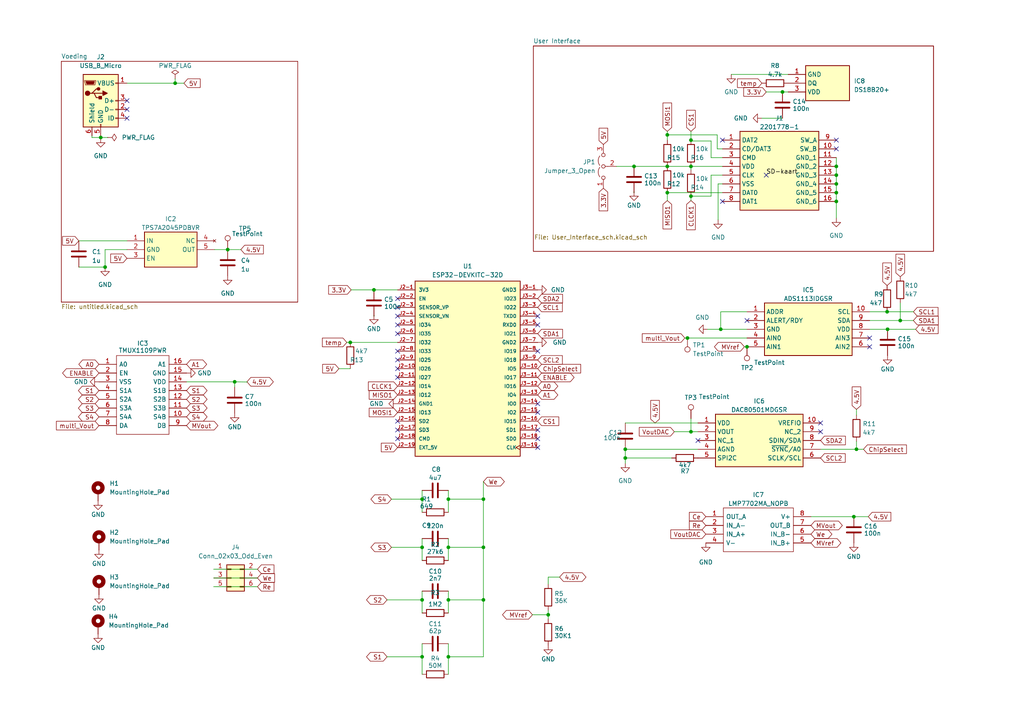
<source format=kicad_sch>
(kicad_sch (version 20230121) (generator eeschema)
  (paper "A4")
  (lib_symbols
    (symbol "2201778-1:2201778-1"
      (property "Reference" "J" (at 29.21 7.62 0))
      (property "Value" "2201778-1" (at 29.21 5.08 0))
      (symbol "2201778-1_1_1"
        (pin passive line (at 0 0 0) (length 5.08) (name "DAT2") (number "1"))
        (pin passive line (at 33.02 -2.54 180) (length 5.08) (name "SW_B") (number "10"))
        (pin passive line (at 33.02 -5.08 180) (length 5.08) (name "GND_1") (number "11"))
        (pin passive line (at 33.02 -7.62 180) (length 5.08) (name "GND_2") (number "12"))
        (pin passive line (at 33.02 -10.16 180) (length 5.08) (name "GND_3") (number "13"))
        (pin passive line (at 33.02 -12.7 180) (length 5.08) (name "GND_4") (number "14"))
        (pin passive line (at 33.02 -15.24 180) (length 5.08) (name "GND_5") (number "15"))
        (pin passive line (at 33.02 -17.78 180) (length 5.08) (name "GND_6") (number "16"))
        (pin passive line (at 0 -2.54 0) (length 5.08) (name "CD/DAT3") (number "2"))
        (pin passive line (at 0 -5.08 0) (length 5.08) (name "CMD") (number "3"))
        (pin passive line (at 0 -7.62 0) (length 5.08) (name "VDD") (number "4"))
        (pin passive line (at 0 -10.16 0) (length 5.08) (name "CLK") (number "5"))
        (pin passive line (at 0 -12.7 0) (length 5.08) (name "VSS") (number "6"))
        (pin passive line (at 0 -15.24 0) (length 5.08) (name "DAT0") (number "7"))
        (pin passive line (at 0 -17.78 0) (length 5.08) (name "DAT1") (number "8"))
        (pin passive line (at 33.02 0 180) (length 5.08) (name "SW_A") (number "9"))
      )
    )
    (symbol "ADS1113IDGSR:ADS1113IDGSR"
      (property "Reference" "IC" (at 31.75 7.62 0))
      (property "Value" "ADS1113IDGSR" (at 31.75 5.08 0))
      (symbol "ADS1113IDGSR_1_1"
        (pin passive line (at 0 0 0) (length 5.08) (name "ADDR") (number "1"))
        (pin passive line (at 35.56 0 180) (length 5.08) (name "SCL") (number "10"))
        (pin passive line (at 0 -2.54 0) (length 5.08) (name "ALERT/RDY") (number "2"))
        (pin passive line (at 0 -5.08 0) (length 5.08) (name "GND") (number "3"))
        (pin passive line (at 0 -7.62 0) (length 5.08) (name "AIN0") (number "4"))
        (pin passive line (at 0 -10.16 0) (length 5.08) (name "AIN1") (number "5"))
        (pin passive line (at 35.56 -10.16 180) (length 5.08) (name "AIN2") (number "6"))
        (pin passive line (at 35.56 -7.62 180) (length 5.08) (name "AIN3") (number "7"))
        (pin passive line (at 35.56 -5.08 180) (length 5.08) (name "VDD") (number "8"))
        (pin passive line (at 35.56 -2.54 180) (length 5.08) (name "SDA") (number "9"))
      )
    )
    (symbol "Connector:TestPoint" (pin_numbers hide) (pin_names (offset 0.762) hide)
      (property "Reference" "TP" (at 0 6.858 0))
      (property "Value" "TestPoint" (at 0 5.08 0))
      (symbol "TestPoint_1_1"
        (pin passive line (at 0 0 90) (length 2.54) (name "1") (number "1"))
      )
    )
    (symbol "Connector:USB_B_Micro" (pin_names (offset 1.016))
      (property "Reference" "J" (at -5.08 11.43 0))
      (property "Value" "USB_B_Micro" (at -5.08 8.89 0))
      (symbol "USB_B_Micro_1_1"
        (pin power_out line (at 7.62 5.08 180) (length 2.54) (name "VBUS") (number "1"))
        (pin bidirectional line (at 7.62 -2.54 180) (length 2.54) (name "D-") (number "2"))
        (pin bidirectional line (at 7.62 0 180) (length 2.54) (name "D+") (number "3"))
        (pin passive line (at 7.62 -5.08 180) (length 2.54) (name "ID") (number "4"))
        (pin power_out line (at 0 -10.16 90) (length 2.54) (name "GND") (number "5"))
        (pin passive line (at -2.54 -10.16 90) (length 2.54) (name "Shield") (number "6"))
      )
    )
    (symbol "Connector_Generic:Conn_02x03_Odd_Even" (pin_names (offset 1.016) hide)
      (property "Reference" "J" (at 1.27 5.08 0))
      (property "Value" "Conn_02x03_Odd_Even" (at 1.27 -5.08 0))
      (symbol "Conn_02x03_Odd_Even_1_1"
        (pin passive line (at -5.08 2.54 0) (length 3.81) (name "Pin_1") (number "1"))
        (pin passive line (at 7.62 2.54 180) (length 3.81) (name "Pin_2") (number "2"))
        (pin passive line (at -5.08 0 0) (length 3.81) (name "Pin_3") (number "3"))
        (pin passive line (at 7.62 0 180) (length 3.81) (name "Pin_4") (number "4"))
        (pin passive line (at -5.08 -2.54 0) (length 3.81) (name "Pin_5") (number "5"))
        (pin passive line (at 7.62 -2.54 180) (length 3.81) (name "Pin_6") (number "6"))
      )
    )
    (symbol "DAC80501MDGSR:DAC80501MDGSR"
      (property "Reference" "IC" (at 31.75 7.62 0))
      (property "Value" "DAC80501MDGSR" (at 31.75 5.08 0))
      (symbol "DAC80501MDGSR_1_1"
        (pin passive line (at 0 0 0) (length 5.08) (name "VDD") (number "1"))
        (pin passive line (at 35.56 0 180) (length 5.08) (name "VREFIO") (number "10"))
        (pin passive line (at 0 -2.54 0) (length 5.08) (name "VOUT") (number "2"))
        (pin passive line (at 0 -5.08 0) (length 5.08) (name "NC_1") (number "3"))
        (pin passive line (at 0 -7.62 0) (length 5.08) (name "AGND") (number "4"))
        (pin passive line (at 0 -10.16 0) (length 5.08) (name "SPI2C") (number "5"))
        (pin passive line (at 35.56 -10.16 180) (length 5.08) (name "SCLK/SCL") (number "6"))
        (pin passive line (at 35.56 -7.62 180) (length 5.08) (name "~{SYNC}/A0") (number "7"))
        (pin passive line (at 35.56 -5.08 180) (length 5.08) (name "SDIN/SDA") (number "8"))
        (pin passive line (at 35.56 -2.54 180) (length 5.08) (name "NC_2") (number "9"))
      )
    )
    (symbol "DS18B20+:DS18B20+"
      (property "Reference" "IC" (at 19.05 7.62 0))
      (property "Value" "DS18B20+" (at 19.05 5.08 0))
      (symbol "DS18B20+_1_1"
        (pin passive line (at 0 0 0) (length 5.08) (name "GND") (number "1"))
        (pin passive line (at 0 -2.54 0) (length 5.08) (name "DQ") (number "2"))
        (pin passive line (at 0 -5.08 0) (length 5.08) (name "VDD") (number "3"))
      )
    )
    (symbol "Device:C" (pin_numbers hide) (pin_names (offset 0.254))
      (property "Reference" "C" (at 0.635 2.54 0))
      (property "Value" "C" (at 0.635 -2.54 0))
      (symbol "C_1_1"
        (pin passive line (at 0 3.81 270) (length 2.794) (name "~") (number "1"))
        (pin passive line (at 0 -3.81 90) (length 2.794) (name "~") (number "2"))
      )
    )
    (symbol "Device:R" (pin_numbers hide) (pin_names (offset 0))
      (property "Reference" "R" (at 2.032 0 90))
      (property "Value" "R" (at 0 0 90))
      (symbol "R_1_1"
        (pin passive line (at 0 3.81 270) (length 1.27) (name "~") (number "1"))
        (pin passive line (at 0 -3.81 90) (length 1.27) (name "~") (number "2"))
      )
    )
    (symbol "ESP32-DEVKITC-32D:ESP32-DEVKITC-32D" (pin_names (offset 1.016))
      (property "Reference" "U" (at -15.2572 26.0643 0))
      (property "Value" "ESP32-DEVKITC-32D" (at -15.2563 -27.9698 0))
      (symbol "ESP32-DEVKITC-32D_0_0"
        (pin power_in line (at -20.32 22.86 0) (length 5.08) (name "3V3") (number "J2-1"))
        (pin bidirectional line (at -20.32 0 0) (length 5.08) (name "IO26") (number "J2-10"))
        (pin bidirectional line (at -20.32 -2.54 0) (length 5.08) (name "IO27") (number "J2-11"))
        (pin bidirectional line (at -20.32 -5.08 0) (length 5.08) (name "IO14") (number "J2-12"))
        (pin bidirectional line (at -20.32 -7.62 0) (length 5.08) (name "IO12") (number "J2-13"))
        (pin power_in line (at -20.32 -10.16 0) (length 5.08) (name "GND1") (number "J2-14"))
        (pin bidirectional line (at -20.32 -12.7 0) (length 5.08) (name "IO13") (number "J2-15"))
        (pin bidirectional line (at -20.32 -15.24 0) (length 5.08) (name "SD2") (number "J2-16"))
        (pin bidirectional line (at -20.32 -17.78 0) (length 5.08) (name "SD3") (number "J2-17"))
        (pin bidirectional line (at -20.32 -20.32 0) (length 5.08) (name "CMD") (number "J2-18"))
        (pin power_in line (at -20.32 -22.86 0) (length 5.08) (name "EXT_5V") (number "J2-19"))
        (pin input line (at -20.32 20.32 0) (length 5.08) (name "EN") (number "J2-2"))
        (pin input line (at -20.32 17.78 0) (length 5.08) (name "SENSOR_VP") (number "J2-3"))
        (pin input line (at -20.32 15.24 0) (length 5.08) (name "SENSOR_VN") (number "J2-4"))
        (pin bidirectional line (at -20.32 12.7 0) (length 5.08) (name "IO34") (number "J2-5"))
        (pin bidirectional line (at -20.32 10.16 0) (length 5.08) (name "IO35") (number "J2-6"))
        (pin bidirectional line (at -20.32 7.62 0) (length 5.08) (name "IO32") (number "J2-7"))
        (pin bidirectional line (at -20.32 5.08 0) (length 5.08) (name "IO33") (number "J2-8"))
        (pin bidirectional line (at -20.32 2.54 0) (length 5.08) (name "IO25") (number "J2-9"))
        (pin power_in line (at 20.32 22.86 180) (length 5.08) (name "GND3") (number "J3-1"))
        (pin bidirectional line (at 20.32 0 180) (length 5.08) (name "IO5") (number "J3-10"))
        (pin bidirectional line (at 20.32 -2.54 180) (length 5.08) (name "IO17") (number "J3-11"))
        (pin bidirectional line (at 20.32 -5.08 180) (length 5.08) (name "IO16") (number "J3-12"))
        (pin bidirectional line (at 20.32 -7.62 180) (length 5.08) (name "IO4") (number "J3-13"))
        (pin bidirectional line (at 20.32 -10.16 180) (length 5.08) (name "IO0") (number "J3-14"))
        (pin bidirectional line (at 20.32 -12.7 180) (length 5.08) (name "IO2") (number "J3-15"))
        (pin bidirectional line (at 20.32 -15.24 180) (length 5.08) (name "IO15") (number "J3-16"))
        (pin bidirectional line (at 20.32 -17.78 180) (length 5.08) (name "SD1") (number "J3-17"))
        (pin bidirectional line (at 20.32 -20.32 180) (length 5.08) (name "SD0") (number "J3-18"))
        (pin input clock (at 20.32 -22.86 180) (length 5.08) (name "CLK") (number "J3-19"))
        (pin bidirectional line (at 20.32 20.32 180) (length 5.08) (name "IO23") (number "J3-2"))
        (pin bidirectional line (at 20.32 17.78 180) (length 5.08) (name "IO22") (number "J3-3"))
        (pin output line (at 20.32 15.24 180) (length 5.08) (name "TXD0") (number "J3-4"))
        (pin input line (at 20.32 12.7 180) (length 5.08) (name "RXD0") (number "J3-5"))
        (pin bidirectional line (at 20.32 10.16 180) (length 5.08) (name "IO21") (number "J3-6"))
        (pin power_in line (at 20.32 7.62 180) (length 5.08) (name "GND2") (number "J3-7"))
        (pin bidirectional line (at 20.32 5.08 180) (length 5.08) (name "IO19") (number "J3-8"))
        (pin bidirectional line (at 20.32 2.54 180) (length 5.08) (name "IO18") (number "J3-9"))
      )
    )
    (symbol "Jumper:Jumper_3_Open" (pin_names (offset 0) hide)
      (property "Reference" "JP" (at -2.54 -2.54 0))
      (property "Value" "Jumper_3_Open" (at 0 2.794 0))
      (symbol "Jumper_3_Open_1_1"
        (pin passive line (at -6.35 0 0) (length 2.54) (name "A") (number "1"))
        (pin passive line (at 0 -3.81 90) (length 2.54) (name "C") (number "2"))
        (pin passive line (at 6.35 0 180) (length 2.54) (name "B") (number "3"))
      )
    )
    (symbol "LMP7702MA_NOPB:LMP7702MA_NOPB" (pin_names (offset 0.762))
      (property "Reference" "IC" (at 26.67 7.62 0))
      (property "Value" "LMP7702MA_NOPB" (at 26.67 5.08 0))
      (symbol "LMP7702MA_NOPB_0_0"
        (pin passive line (at 0 0 0) (length 5.08) (name "OUT_A") (number "1"))
        (pin passive line (at 0 -2.54 0) (length 5.08) (name "IN_A-") (number "2"))
        (pin passive line (at 0 -5.08 0) (length 5.08) (name "IN_A+") (number "3"))
        (pin passive line (at 0 -7.62 0) (length 5.08) (name "V-") (number "4"))
        (pin passive line (at 30.48 -7.62 180) (length 5.08) (name "IN_B+") (number "5"))
        (pin passive line (at 30.48 -5.08 180) (length 5.08) (name "IN_B-") (number "6"))
        (pin passive line (at 30.48 -2.54 180) (length 5.08) (name "OUT_B") (number "7"))
        (pin passive line (at 30.48 0 180) (length 5.08) (name "V+") (number "8"))
      )
    )
    (symbol "Mechanical:MountingHole_Pad" (pin_numbers hide) (pin_names (offset 1.016) hide)
      (property "Reference" "H" (at 0 6.35 0))
      (property "Value" "MountingHole_Pad" (at 0 4.445 0))
      (symbol "MountingHole_Pad_1_1"
        (pin input line (at 0 -2.54 90) (length 2.54) (name "1") (number "1"))
      )
    )
    (symbol "TMUX1109PWR:TMUX1109PWR" (pin_names (offset 0.762))
      (property "Reference" "IC" (at 21.59 7.62 0))
      (property "Value" "TMUX1109PWR" (at 21.59 5.08 0))
      (symbol "TMUX1109PWR_0_0"
        (pin passive line (at 0 0 0) (length 5.08) (name "A0") (number "1"))
        (pin passive line (at 25.4 -15.24 180) (length 5.08) (name "S4B") (number "10"))
        (pin passive line (at 25.4 -12.7 180) (length 5.08) (name "S3B") (number "11"))
        (pin passive line (at 25.4 -10.16 180) (length 5.08) (name "S2B") (number "12"))
        (pin passive line (at 25.4 -7.62 180) (length 5.08) (name "S1B") (number "13"))
        (pin passive line (at 25.4 -5.08 180) (length 5.08) (name "VDD") (number "14"))
        (pin passive line (at 25.4 -2.54 180) (length 5.08) (name "GND") (number "15"))
        (pin passive line (at 25.4 0 180) (length 5.08) (name "A1") (number "16"))
        (pin passive line (at 0 -2.54 0) (length 5.08) (name "EN") (number "2"))
        (pin passive line (at 0 -5.08 0) (length 5.08) (name "VSS") (number "3"))
        (pin passive line (at 0 -7.62 0) (length 5.08) (name "S1A") (number "4"))
        (pin passive line (at 0 -10.16 0) (length 5.08) (name "S2A") (number "5"))
        (pin passive line (at 0 -12.7 0) (length 5.08) (name "S3A") (number "6"))
        (pin passive line (at 0 -15.24 0) (length 5.08) (name "S4A") (number "7"))
        (pin passive line (at 0 -17.78 0) (length 5.08) (name "DA") (number "8"))
        (pin passive line (at 25.4 -17.78 180) (length 5.08) (name "DB") (number "9"))
      )
    )
    (symbol "TPS7A2045PDBVR:TPS7A2045PDBVR"
      (property "Reference" "IC" (at 21.59 7.62 0))
      (property "Value" "TPS7A2045PDBVR" (at 21.59 5.08 0))
      (symbol "TPS7A2045PDBVR_1_1"
        (pin input line (at 0 0 0) (length 5.08) (name "IN") (number "1"))
        (pin power_in line (at 0 -2.54 0) (length 5.08) (name "GND") (number "2"))
        (pin passive line (at 0 -5.08 0) (length 5.08) (name "EN") (number "3"))
        (pin no_connect line (at 25.4 0 180) (length 5.08) (name "NC") (number "4"))
        (pin output line (at 25.4 -2.54 180) (length 5.08) (name "OUT") (number "5"))
      )
    )
    (symbol "power:GND" (power) (pin_names (offset 0))
      (property "Value" "GND" (at 0 -3.81 0))
      (symbol "GND_1_1"
        (pin power_in line (at 0 0 270) (length 0) hide (name "GND") (number "1"))
      )
    )
    (symbol "power:PWR_FLAG" (power) (pin_numbers hide) (pin_names (offset 0) hide)
      (property "Value" "PWR_FLAG" (at 0 3.81 0))
      (symbol "PWR_FLAG_0_0"
        (pin power_out line (at 0 0 90) (length 0) (name "pwr") (number "1"))
      )
    )
  )
  (junction (at 140.208 144.78))
  (junction (at 193.548 48.26))
  (junction (at 66.04 72.39))
  (junction (at 216.662 100.584))
  (junction (at 257.302 90.424))
  (junction (at 68.072 110.744))
  (junction (at 209.042 95.504))
  (junction (at 108.458 84.074))
  (junction (at 193.548 55.88))
  (junction (at 50.8 24.13))
  (junction (at 193.548 39.116))
  (junction (at 159.004 178.308))
  (junction (at 181.356 132.842))
  (junction (at 200.406 125.222))
  (junction (at 140.208 173.99))
  (junction (at 226.949 26.67))
  (junction (at 101.6 99.314))
  (junction (at 140.208 158.75))
  (junction (at 30.48 77.47))
  (junction (at 181.356 130.302))
  (junction (at 257.429 95.504))
  (junction (at 242.57 58.42))
  (junction (at 122.428 144.78))
  (junction (at 130.048 144.78))
  (junction (at 29.21 39.878))
  (junction (at 200.406 48.26))
  (junction (at 242.57 50.8))
  (junction (at 122.428 158.75))
  (junction (at 261.112 92.964))
  (junction (at 183.896 48.26))
  (junction (at 247.65 149.86))
  (junction (at 242.57 53.34))
  (junction (at 199.39 98.044))
  (junction (at 130.048 158.75))
  (junction (at 242.57 48.26))
  (junction (at 248.412 130.302))
  (junction (at 130.048 173.99))
  (junction (at 200.406 40.64))
  (junction (at 242.57 55.88))
  (junction (at 122.428 190.5))
  (junction (at 122.428 173.99))
  (junction (at 200.406 56.896))
  (junction (at 130.048 190.5))
  (no_connect (at 242.57 40.64))
  (no_connect (at 155.956 127.254))
  (no_connect (at 237.998 125.222))
  (no_connect (at 209.55 40.64))
  (no_connect (at 115.316 89.154))
  (no_connect (at 222.25 50.8))
  (no_connect (at 36.83 34.29))
  (no_connect (at 115.316 94.234))
  (no_connect (at 115.316 86.614))
  (no_connect (at 252.222 98.044))
  (no_connect (at 155.956 101.854))
  (no_connect (at 36.83 29.21))
  (no_connect (at 36.83 31.75))
  (no_connect (at 115.316 127.254))
  (no_connect (at 155.956 94.234))
  (no_connect (at 115.316 104.394))
  (no_connect (at 115.316 91.694))
  (no_connect (at 252.222 100.584))
  (no_connect (at 155.956 129.794))
  (no_connect (at 115.316 122.174))
  (no_connect (at 115.316 106.934))
  (no_connect (at 242.57 43.18))
  (no_connect (at 237.998 122.682))
  (no_connect (at 202.438 127.762))
  (no_connect (at 115.316 124.714))
  (no_connect (at 115.316 101.854))
  (no_connect (at 209.55 58.42))
  (no_connect (at 115.316 109.474))
  (no_connect (at 115.316 96.774))
  (no_connect (at 155.956 117.094))
  (no_connect (at 216.662 92.964))
  (no_connect (at 155.956 91.694))
  (no_connect (at 155.956 124.714))
  (no_connect (at 155.956 119.634))
  (wire (pts (xy 222.25 26.67) (xy 226.949 26.67)))
  (wire (pts (xy 193.548 58.166) (xy 193.548 55.88)))
  (wire (pts (xy 130.048 190.5) (xy 140.208 190.5)))
  (wire (pts (xy 242.57 53.34) (xy 242.57 55.88)))
  (wire (pts (xy 220.98 34.29) (xy 226.949 34.29)))
  (wire (pts (xy 159.004 177.038) (xy 159.004 178.308)))
  (wire (pts (xy 130.048 190.5) (xy 130.048 195.58)))
  (wire (pts (xy 251.841 149.86) (xy 247.65 149.86)))
  (wire (pts (xy 113.538 158.75) (xy 122.428 158.75)))
  (wire (pts (xy 200.406 56.896) (xy 200.406 58.166)))
  (wire (pts (xy 242.57 55.88) (xy 242.57 58.42)))
  (wire (pts (xy 206.248 50.8) (xy 209.55 50.8)))
  (wire (pts (xy 122.428 186.69) (xy 122.428 190.5)))
  (wire (pts (xy 130.048 186.69) (xy 130.048 190.5)))
  (wire (pts (xy 200.406 56.896) (xy 206.248 56.896)))
  (wire (pts (xy 178.816 48.26) (xy 183.896 48.26)))
  (wire (pts (xy 181.356 132.842) (xy 181.356 134.366)))
  (wire (pts (xy 98.298 106.934) (xy 101.6 106.934)))
  (wire (pts (xy 140.208 139.7) (xy 140.208 144.78)))
  (wire (pts (xy 200.406 48.26) (xy 200.406 49.276)))
  (wire (pts (xy 122.428 156.21) (xy 122.428 158.75)))
  (wire (pts (xy 61.976 165.1) (xy 74.676 165.1)))
  (wire (pts (xy 50.8 24.13) (xy 53.34 24.13)))
  (wire (pts (xy 30.48 72.39) (xy 30.48 77.47)))
  (wire (pts (xy 261.112 87.884) (xy 261.112 92.964)))
  (wire (pts (xy 252.222 90.424) (xy 257.302 90.424)))
  (wire (pts (xy 130.048 142.24) (xy 130.048 144.78)))
  (wire (pts (xy 248.412 130.302) (xy 250.444 130.302)))
  (wire (pts (xy 200.406 38.1) (xy 200.406 40.64)))
  (wire (pts (xy 54.102 110.744) (xy 68.072 110.744)))
  (wire (pts (xy 112.268 190.5) (xy 122.428 190.5)))
  (wire (pts (xy 68.072 110.744) (xy 71.628 110.7948)))
  (wire (pts (xy 122.428 171.45) (xy 122.428 173.99)))
  (wire (pts (xy 193.548 48.26) (xy 200.406 48.26)))
  (wire (pts (xy 61.976 170.18) (xy 74.676 170.18)))
  (wire (pts (xy 130.048 173.99) (xy 140.208 173.99)))
  (wire (pts (xy 208.28 63.754) (xy 208.28 53.34)))
  (wire (pts (xy 122.428 142.24) (xy 122.428 144.78)))
  (wire (pts (xy 122.428 173.99) (xy 122.428 177.8)))
  (wire (pts (xy 199.39 98.044) (xy 216.662 98.044)))
  (wire (pts (xy 237.998 130.302) (xy 248.412 130.302)))
  (wire (pts (xy 183.896 48.26) (xy 193.548 48.26)))
  (wire (pts (xy 140.208 158.75) (xy 140.208 173.99)))
  (wire (pts (xy 122.428 144.78) (xy 122.428 148.59)))
  (wire (pts (xy 212.09 21.59) (xy 228.6 21.59)))
  (wire (pts (xy 261.112 92.964) (xy 264.922 92.964)))
  (wire (pts (xy 181.356 122.682) (xy 202.438 122.682)))
  (wire (pts (xy 108.458 84.074) (xy 115.316 84.074)))
  (wire (pts (xy 36.83 72.39) (xy 30.48 72.39)))
  (wire (pts (xy 265.557 95.504) (xy 257.429 95.504)))
  (wire (pts (xy 29.21 39.878) (xy 29.21 39.37)))
  (wire (pts (xy 101.854 84.074) (xy 108.458 84.074)))
  (wire (pts (xy 140.208 173.99) (xy 140.208 190.5)))
  (wire (pts (xy 216.662 90.424) (xy 209.042 90.424)))
  (wire (pts (xy 66.04 72.39) (xy 69.85 72.39)))
  (wire (pts (xy 36.83 24.13) (xy 50.8 24.13)))
  (wire (pts (xy 206.248 40.894) (xy 200.406 40.894)))
  (wire (pts (xy 193.548 39.116) (xy 193.548 40.64)))
  (wire (pts (xy 242.57 50.8) (xy 242.57 53.34)))
  (wire (pts (xy 257.429 95.504) (xy 252.222 95.504)))
  (wire (pts (xy 242.57 45.72) (xy 242.57 48.26)))
  (wire (pts (xy 181.356 132.842) (xy 194.818 132.842)))
  (wire (pts (xy 181.356 130.302) (xy 181.356 132.842)))
  (wire (pts (xy 206.248 56.896) (xy 206.248 50.8)))
  (wire (pts (xy 108.458 91.44) (xy 108.458 91.694)))
  (wire (pts (xy 100.584 99.314) (xy 101.6 99.314)))
  (wire (pts (xy 242.57 48.26) (xy 242.57 50.8)))
  (wire (pts (xy 248.412 118.745) (xy 248.412 120.396)))
  (wire (pts (xy 257.302 90.424) (xy 264.922 90.424)))
  (wire (pts (xy 208.28 53.34) (xy 209.55 53.34)))
  (wire (pts (xy 22.86 69.85) (xy 36.83 69.85)))
  (wire (pts (xy 200.406 48.26) (xy 209.55 48.26)))
  (wire (pts (xy 113.538 144.78) (xy 122.428 144.78)))
  (wire (pts (xy 122.428 158.75) (xy 122.428 162.56)))
  (wire (pts (xy 130.048 173.99) (xy 130.048 177.8)))
  (wire (pts (xy 29.21 40.132) (xy 29.21 39.878)))
  (wire (pts (xy 130.048 158.75) (xy 140.208 158.75)))
  (wire (pts (xy 200.406 121.412) (xy 200.406 125.222)))
  (wire (pts (xy 159.004 167.386) (xy 159.004 169.418)))
  (wire (pts (xy 193.548 38.1) (xy 193.548 39.116)))
  (wire (pts (xy 61.976 167.64) (xy 74.676 167.64)))
  (wire (pts (xy 198.628 98.044) (xy 199.39 98.044)))
  (wire (pts (xy 209.042 95.504) (xy 216.662 95.504)))
  (wire (pts (xy 154.432 178.308) (xy 159.004 178.308)))
  (wire (pts (xy 122.428 190.5) (xy 122.428 195.58)))
  (wire (pts (xy 68.072 110.744) (xy 68.072 112.268)))
  (wire (pts (xy 112.268 173.99) (xy 122.428 173.99)))
  (wire (pts (xy 130.048 144.78) (xy 130.048 148.59)))
  (wire (pts (xy 200.406 125.222) (xy 202.438 125.222)))
  (wire (pts (xy 206.248 45.72) (xy 206.248 40.894)))
  (wire (pts (xy 181.356 130.302) (xy 202.438 130.302)))
  (wire (pts (xy 31.242 39.878) (xy 29.21 39.878)))
  (wire (pts (xy 247.65 149.86) (xy 235.204 149.86)))
  (wire (pts (xy 200.406 40.894) (xy 200.406 40.64)))
  (wire (pts (xy 226.949 26.67) (xy 228.6 26.67)))
  (wire (pts (xy 29.21 39.878) (xy 26.67 39.878)))
  (wire (pts (xy 71.628 110.7948) (xy 71.628 110.744)))
  (wire (pts (xy 30.48 77.47) (xy 22.86 77.47)))
  (wire (pts (xy 248.412 128.016) (xy 248.412 130.302)))
  (wire (pts (xy 130.048 171.45) (xy 130.048 173.99)))
  (wire (pts (xy 242.57 63.246) (xy 242.57 58.42)))
  (wire (pts (xy 130.048 158.75) (xy 130.048 162.56)))
  (wire (pts (xy 208.026 39.116) (xy 193.548 39.116)))
  (wire (pts (xy 205.232 95.504) (xy 209.042 95.504)))
  (wire (pts (xy 183.896 55.626) (xy 183.896 55.88)))
  (wire (pts (xy 215.9 100.584) (xy 216.662 100.584)))
  (wire (pts (xy 50.8 22.86) (xy 50.8 24.13)))
  (wire (pts (xy 208.026 43.18) (xy 209.55 43.18)))
  (wire (pts (xy 62.23 72.39) (xy 66.04 72.39)))
  (wire (pts (xy 193.548 55.88) (xy 209.55 55.88)))
  (wire (pts (xy 159.004 178.308) (xy 159.004 179.578)))
  (wire (pts (xy 252.222 92.964) (xy 261.112 92.964)))
  (wire (pts (xy 195.58 125.222) (xy 200.406 125.222)))
  (wire (pts (xy 130.048 144.78) (xy 140.208 144.78)))
  (wire (pts (xy 209.042 90.424) (xy 209.042 95.504)))
  (wire (pts (xy 208.026 43.18) (xy 208.026 39.116)))
  (wire (pts (xy 101.6 99.314) (xy 115.316 99.314)))
  (wire (pts (xy 162.306 167.386) (xy 159.004 167.386)))
  (wire (pts (xy 209.55 45.72) (xy 206.248 45.72)))
  (wire (pts (xy 140.208 144.78) (xy 140.208 158.75)))
  (wire (pts (xy 26.67 39.878) (xy 26.67 39.37)))
  (wire (pts (xy 130.048 156.21) (xy 130.048 158.75)))
  (label "SD-kaart" (at 222.25 50.8 0))
  (global_label "Re" (shape input) (at 204.724 152.4 180) (property "Intersheetrefs" "${INTERSHEET_REFS}" (effects hide)))
  (global_label "We" (shape bidirectional) (at 140.208 139.7 0) (property "Intersheetrefs" "${INTERSHEET_REFS}" (effects hide)))
  (global_label "4.5V" (shape input) (at 261.112 80.264 90) (property "Intersheetrefs" "${INTERSHEET_REFS}" (effects hide)))
  (global_label "MOSI1" (shape input) (at 115.316 119.634 180) (property "Intersheetrefs" "${INTERSHEET_REFS}" (effects hide)))
  (global_label "3.3V" (shape input) (at 175.006 54.61 270) (property "Intersheetrefs" "${INTERSHEET_REFS}" (effects hide)))
  (global_label "MOSI1" (shape input) (at 193.548 38.1 90) (property "Intersheetrefs" "${INTERSHEET_REFS}" (effects hide)))
  (global_label "4.5V" (shape bidirectional) (at 162.306 167.386 0) (property "Intersheetrefs" "${INTERSHEET_REFS}" (effects hide)))
  (global_label "Re" (shape input) (at 74.676 170.18 0) (property "Intersheetrefs" "${INTERSHEET_REFS}" (effects hide)))
  (global_label "5V" (shape input) (at 53.34 24.13 0) (property "Intersheetrefs" "${INTERSHEET_REFS}" (effects hide)))
  (global_label "temp" (shape input) (at 220.98 24.13 180) (property "Intersheetrefs" "${INTERSHEET_REFS}" (effects hide)))
  (global_label "4.5V" (shape bidirectional) (at 71.628 110.744 0) (property "Intersheetrefs" "${INTERSHEET_REFS}" (effects hide)))
  (global_label "We" (shape bidirectional) (at 235.204 154.94 0) (property "Intersheetrefs" "${INTERSHEET_REFS}" (effects hide)))
  (global_label "SCL2" (shape input) (at 155.956 104.394 0) (property "Intersheetrefs" "${INTERSHEET_REFS}" (effects hide)))
  (global_label "VoutDAC" (shape input) (at 195.58 125.222 180) (property "Intersheetrefs" "${INTERSHEET_REFS}" (effects hide)))
  (global_label "MVref" (shape bidirectional) (at 215.9 100.584 180) (property "Intersheetrefs" "${INTERSHEET_REFS}" (effects hide)))
  (global_label "temp" (shape input) (at 100.584 99.314 180) (property "Intersheetrefs" "${INTERSHEET_REFS}" (effects hide)))
  (global_label "CLCK1" (shape input) (at 115.316 112.014 180) (property "Intersheetrefs" "${INTERSHEET_REFS}" (effects hide)))
  (global_label "MISO1" (shape input) (at 115.316 114.554 180) (property "Intersheetrefs" "${INTERSHEET_REFS}" (effects hide)))
  (global_label "A0" (shape bidirectional) (at 28.702 105.664 180) (property "Intersheetrefs" "${INTERSHEET_REFS}" (effects hide)))
  (global_label "S4" (shape bidirectional) (at 54.102 120.904 0) (property "Intersheetrefs" "${INTERSHEET_REFS}" (effects hide)))
  (global_label "SDA2" (shape input) (at 237.998 127.762 0) (property "Intersheetrefs" "${INTERSHEET_REFS}" (effects hide)))
  (global_label "MVout" (shape bidirectional) (at 235.204 152.4 0) (property "Intersheetrefs" "${INTERSHEET_REFS}" (effects hide)))
  (global_label "5V" (shape input) (at 98.298 106.934 180) (property "Intersheetrefs" "${INTERSHEET_REFS}" (effects hide)))
  (global_label "S4" (shape bidirectional) (at 28.702 120.904 180) (property "Intersheetrefs" "${INTERSHEET_REFS}" (effects hide)))
  (global_label "SCL1" (shape input) (at 155.956 89.154 0) (property "Intersheetrefs" "${INTERSHEET_REFS}" (effects hide)))
  (global_label "SDA2" (shape input) (at 155.956 86.614 0) (property "Intersheetrefs" "${INTERSHEET_REFS}" (effects hide)))
  (global_label "Ce" (shape input) (at 74.676 165.1 0) (property "Intersheetrefs" "${INTERSHEET_REFS}" (effects hide)))
  (global_label "We" (shape input) (at 74.676 167.64 0) (property "Intersheetrefs" "${INTERSHEET_REFS}" (effects hide)))
  (global_label "MVref" (shape bidirectional) (at 235.204 157.48 0) (property "Intersheetrefs" "${INTERSHEET_REFS}" (effects hide)))
  (global_label "S2" (shape bidirectional) (at 112.268 173.99 180) (property "Intersheetrefs" "${INTERSHEET_REFS}" (effects hide)))
  (global_label "MVref" (shape bidirectional) (at 154.432 178.308 180) (property "Intersheetrefs" "${INTERSHEET_REFS}" (effects hide)))
  (global_label "ENABLE" (shape bidirectional) (at 155.956 109.474 0) (property "Intersheetrefs" "${INTERSHEET_REFS}" (effects hide)))
  (global_label "multi_Vout" (shape input) (at 198.628 98.044 180) (property "Intersheetrefs" "${INTERSHEET_REFS}" (effects hide)))
  (global_label "SDA1" (shape input) (at 264.922 92.964 0) (property "Intersheetrefs" "${INTERSHEET_REFS}" (effects hide)))
  (global_label "ChipSelect" (shape input) (at 250.444 130.302 0) (property "Intersheetrefs" "${INTERSHEET_REFS}" (effects hide)))
  (global_label "3.3V" (shape input) (at 101.854 84.074 180) (property "Intersheetrefs" "${INTERSHEET_REFS}" (effects hide)))
  (global_label "S1" (shape bidirectional) (at 54.102 113.284 0) (property "Intersheetrefs" "${INTERSHEET_REFS}" (effects hide)))
  (global_label "S3" (shape bidirectional) (at 54.102 118.364 0) (property "Intersheetrefs" "${INTERSHEET_REFS}" (effects hide)))
  (global_label "S3" (shape bidirectional) (at 113.538 158.75 180) (property "Intersheetrefs" "${INTERSHEET_REFS}" (effects hide)))
  (global_label "A1" (shape bidirectional) (at 155.956 114.554 0) (property "Intersheetrefs" "${INTERSHEET_REFS}" (effects hide)))
  (global_label "S2" (shape bidirectional) (at 54.102 115.824 0) (property "Intersheetrefs" "${INTERSHEET_REFS}" (effects hide)))
  (global_label "MISO1" (shape input) (at 193.548 58.166 270) (property "Intersheetrefs" "${INTERSHEET_REFS}" (effects hide)))
  (global_label "SCL1" (shape input) (at 264.922 90.424 0) (property "Intersheetrefs" "${INTERSHEET_REFS}" (effects hide)))
  (global_label "ChipSelect" (shape input) (at 155.956 106.934 0) (property "Intersheetrefs" "${INTERSHEET_REFS}" (effects hide)))
  (global_label "A1" (shape bidirectional) (at 54.102 105.664 0) (property "Intersheetrefs" "${INTERSHEET_REFS}" (effects hide)))
  (global_label "5V" (shape input) (at 175.006 41.91 90) (property "Intersheetrefs" "${INTERSHEET_REFS}" (effects hide)))
  (global_label "S4" (shape bidirectional) (at 113.538 144.78 180) (property "Intersheetrefs" "${INTERSHEET_REFS}" (effects hide)))
  (global_label "CS1" (shape input) (at 200.406 38.1 90) (property "Intersheetrefs" "${INTERSHEET_REFS}" (effects hide)))
  (global_label "SCL2" (shape input) (at 237.998 132.842 0) (property "Intersheetrefs" "${INTERSHEET_REFS}" (effects hide)))
  (global_label "SDA1" (shape input) (at 155.956 96.774 0) (property "Intersheetrefs" "${INTERSHEET_REFS}" (effects hide)))
  (global_label "4.5V" (shape input) (at 265.557 95.504 0) (property "Intersheetrefs" "${INTERSHEET_REFS}" (effects hide)))
  (global_label "MVout" (shape bidirectional) (at 54.102 123.444 0) (property "Intersheetrefs" "${INTERSHEET_REFS}" (effects hide)))
  (global_label "4.5V" (shape input) (at 257.302 82.804 90) (property "Intersheetrefs" "${INTERSHEET_REFS}" (effects hide)))
  (global_label "VoutDAC" (shape input) (at 204.724 154.94 180) (property "Intersheetrefs" "${INTERSHEET_REFS}" (effects hide)))
  (global_label "A0" (shape bidirectional) (at 155.956 112.014 0) (property "Intersheetrefs" "${INTERSHEET_REFS}" (effects hide)))
  (global_label "ENABLE" (shape bidirectional) (at 28.702 108.204 180) (property "Intersheetrefs" "${INTERSHEET_REFS}" (effects hide)))
  (global_label "5V" (shape input) (at 22.86 69.85 180) (property "Intersheetrefs" "${INTERSHEET_REFS}" (effects hide)))
  (global_label "S1" (shape bidirectional) (at 112.268 190.5 180) (property "Intersheetrefs" "${INTERSHEET_REFS}" (effects hide)))
  (global_label "5V" (shape input) (at 36.83 74.93 180) (property "Intersheetrefs" "${INTERSHEET_REFS}" (effects hide)))
  (global_label "S2" (shape bidirectional) (at 28.702 115.824 180) (property "Intersheetrefs" "${INTERSHEET_REFS}" (effects hide)))
  (global_label "4.5V" (shape input) (at 69.85 72.39 0) (property "Intersheetrefs" "${INTERSHEET_REFS}" (effects hide)))
  (global_label "4.5V" (shape input) (at 251.841 149.86 0) (property "Intersheetrefs" "${INTERSHEET_REFS}" (effects hide)))
  (global_label "3.3V" (shape input) (at 222.25 26.67 180) (property "Intersheetrefs" "${INTERSHEET_REFS}" (effects hide)))
  (global_label "multi_Vout" (shape input) (at 28.702 123.444 180) (property "Intersheetrefs" "${INTERSHEET_REFS}" (effects hide)))
  (global_label "4.5V" (shape input) (at 248.412 118.745 90) (property "Intersheetrefs" "${INTERSHEET_REFS}" (effects hide)))
  (global_label "S1" (shape bidirectional) (at 28.702 113.284 180) (property "Intersheetrefs" "${INTERSHEET_REFS}" (effects hide)))
  (global_label "CLCK1" (shape input) (at 200.406 58.166 270) (property "Intersheetrefs" "${INTERSHEET_REFS}" (effects hide)))
  (global_label "4.5V" (shape input) (at 189.992 122.682 90) (property "Intersheetrefs" "${INTERSHEET_REFS}" (effects hide)))
  (global_label "5V" (shape input) (at 115.316 129.794 180) (property "Intersheetrefs" "${INTERSHEET_REFS}" (effects hide)))
  (global_label "CS1" (shape input) (at 155.956 122.174 0) (property "Intersheetrefs" "${INTERSHEET_REFS}" (effects hide)))
  (global_label "Ce" (shape input) (at 204.724 149.86 180) (property "Intersheetrefs" "${INTERSHEET_REFS}" (effects hide)))
  (global_label "S3" (shape bidirectional) (at 28.702 118.364 180) (property "Intersheetrefs" "${INTERSHEET_REFS}" (effects hide)))
  (symbol (lib_id "Device:C") (at 126.238 156.21 90) (unit 1)
    (property "Reference" "C9" (at 123.698 152.4 90))
    (property "Value" "120n" (at 126.238 152.519 90))
    (property "Footprint" "Capacitor_SMD:C_0805_2012Metric_Pad1.18x1.45mm_HandSolder" (effects hide))
  )
  (symbol (lib_id "Device:C") (at 126.238 171.45 90) (unit 1)
    (property "Reference" "C10" (at 126.238 165.711 90))
    (property "Value" "2n7" (at 126.238 167.759 90))
    (property "Footprint" "Capacitor_SMD:C_0805_2012Metric_Pad1.18x1.45mm_HandSolder" (effects hide))
  )
  (symbol (lib_id "power:GND") (at 205.232 95.504 270) (unit 1)
    (property "Reference" "#PWR015" (effects hide))
    (property "Value" "GND" (at 203.708 92.075 90))
  )
  (symbol (lib_id "Device:C") (at 181.356 126.492 0) (unit 1)
    (property "Reference" "C12" (at 176.53 125.476 0) (effects (justify left)))
    (property "Value" "100n" (at 175.006 127 0) (effects (justify left)))
    (property "Footprint" "Capacitor_SMD:C_0805_2012Metric_Pad1.18x1.45mm_HandSolder" (effects hide))
  )
  (symbol (lib_id "Device:R") (at 101.6 103.124 180) (unit 1)
    (property "Reference" "R13" (at 105.41 104.394 0) (effects (justify left)))
    (property "Value" "4k7" (at 106.68 101.854 0) (effects (justify left)))
    (property "Footprint" "Resistor_SMD:R_0805_2012Metric_Pad1.20x1.40mm_HandSolder" (effects hide))
  )
  (symbol (lib_id "power:PWR_FLAG") (at 50.8 22.86 0) (unit 1)
    (property "Reference" "#FLG02" (effects hide))
    (property "Value" "PWR_FLAG" (at 50.8 19.05 0))
  )
  (symbol (lib_id "power:GND") (at 54.102 108.204 90) (unit 1)
    (property "Reference" "#PWR08" (effects hide))
    (property "Value" "GND" (at 57.277 108.204 90) (effects (justify right)))
  )
  (symbol (lib_id "TPS7A2045PDBVR:TPS7A2045PDBVR") (at 36.83 69.85 0) (unit 1)
    (property "Reference" "IC2" (at 49.53 63.5 0))
    (property "Value" "TPS7A2045PDBVR" (at 49.53 66.04 0))
    (property "Footprint" "TPS7A2045PDBVR:SOT95P280X145-5N" (effects hide))
    (property "Datasheet" "https://www.ti.com/lit/gpn/tps7a20" (effects hide))
    (property "Height" "1.45" (effects hide))
    (property "Manufacturer_Name" "Texas Instruments" (effects hide))
    (property "Manufacturer_Part_Number" "TPS7A2045PDBVR" (effects hide))
    (property "Mouser Part Number" "595-TPS7A2045PDBVR" (effects hide))
    (property "Mouser Price/Stock" "https://www.mouser.co.uk/ProductDetail/Texas-Instruments/TPS7A2045PDBVR?qs=Jslch3jnSjk8V8QME3qVlQ%3D%3D" (effects hide))
  )
  (symbol (lib_id "DS18B20+:DS18B20+") (at 228.6 21.59 0) (unit 1)
    (property "Reference" "IC8" (at 247.65 23.495 0) (effects (justify left)))
    (property "Value" "DS18B20+" (at 247.65 26.035 0) (effects (justify left)))
    (property "Footprint" "DS18B20+:DS18B20" (effects hide))
    (property "Datasheet" "https://ms.componentsearchengine.com/Datasheets/2/DS18B20+.pdf" (effects hide))
    (property "Height" "4.95" (effects hide))
    (property "Manufacturer_Name" "Analog Devices" (effects hide))
    (property "Manufacturer_Part_Number" "DS18B20+" (effects hide))
    (property "Mouser Part Number" "700-DS18B20+" (effects hide))
    (property "Mouser Price/Stock" "https://www.mouser.co.uk/ProductDetail/Analog-Devices-Maxim-Integrated/DS18B20%2b?qs=7H2Jq%252ByxpJKegCKabDbglA%3D%3D" (effects hide))
    (property "Arrow Part Number" "DS18B20+" (effects hide))
    (property "Arrow Price/Stock" "https://www.arrow.com/en/products/ds18b20/maxim-integrated?region=nac" (effects hide))
  )
  (symbol (lib_id "ESP32-DEVKITC-32D:ESP32-DEVKITC-32D") (at 135.636 106.934 0) (unit 1)
    (property "Reference" "U1" (at 135.636 77.216 0))
    (property "Value" "ESP32-DEVKITC-32D" (at 135.636 79.756 0))
    (property "Footprint" "ESP32-DEVKITC-32D:MODULE_ESP32-DEVKITC-32D" (effects hide))
    (property "PARTREV" "V4" (effects hide))
    (property "STANDARD" "Manufacturer Recommendations" (effects hide))
    (property "SNAPEDA_PN" "ESP32-DEVKITC-32D" (effects hide))
    (property "MAXIMUM_PACKAGE_HEIGHT" "N/A" (effects hide))
    (property "MANUFACTURER" "Espressif Systems" (effects hide))
  )
  (symbol (lib_id "power:GND") (at 183.896 55.626 0) (unit 1)
    (property "Reference" "#PWR016" (effects hide))
    (property "Value" "GND" (at 183.896 59.571 0))
  )
  (symbol (lib_id "Jumper:Jumper_3_Open") (at 175.006 48.26 90) (unit 1)
    (property "Reference" "JP1" (at 172.72 46.99 90) (effects (justify left)))
    (property "Value" "Jumper_3_Open" (at 172.72 49.53 90) (effects (justify left)))
    (property "Footprint" "Connector_PinHeader_2.54mm:PinHeader_1x03_P2.54mm_Vertical" (effects hide))
  )
  (symbol (lib_id "power:PWR_FLAG") (at 31.242 39.878 270) (unit 1)
    (property "Reference" "#FLG01" (effects hide))
    (property "Value" "PWR_FLAG" (at 35.306 39.878 90) (effects (justify left)))
  )
  (symbol (lib_id "Device:R") (at 224.79 24.13 90) (unit 1)
    (property "Reference" "R8" (at 224.79 19.05 90))
    (property "Value" "4.7k" (at 224.79 21.59 90))
    (property "Footprint" "Resistor_SMD:R_0805_2012Metric_Pad1.20x1.40mm_HandSolder" (effects hide))
  )
  (symbol (lib_id "Device:C") (at 22.86 73.66 0) (unit 1)
    (property "Reference" "C1" (at 26.67 73.025 0) (effects (justify left)))
    (property "Value" "1u" (at 26.67 75.565 0) (effects (justify left)))
    (property "Footprint" "Capacitor_SMD:C_0805_2012Metric_Pad1.18x1.45mm_HandSolder" (effects hide))
  )
  (symbol (lib_id "Connector:TestPoint") (at 199.39 98.044 180) (unit 1)
    (property "Reference" "TP1" (at 200.914 100.076 0) (effects (justify right)))
    (property "Value" "TestPoint" (at 200.914 102.616 0) (effects (justify right)))
    (property "Footprint" "TestPoint:TestPoint_Pad_D1.0mm" (effects hide))
  )
  (symbol (lib_id "power:GND") (at 28.702 110.744 270) (unit 1)
    (property "Reference" "#PWR06" (effects hide))
    (property "Value" "GND" (at 25.5271 110.744 90) (effects (justify right)))
  )
  (symbol (lib_id "Device:R") (at 248.412 124.206 0) (unit 1)
    (property "Reference" "R11" (at 250.19 122.936 0) (effects (justify left)))
    (property "Value" "4k7" (at 250.19 125.476 0) (effects (justify left)))
    (property "Footprint" "Resistor_SMD:R_0805_2012Metric_Pad1.20x1.40mm_HandSolder" (effects hide))
  )
  (symbol (lib_id "Connector_Generic:Conn_02x03_Odd_Even") (at 67.056 167.64 0) (unit 1)
    (property "Reference" "J4" (at 68.326 158.75 0))
    (property "Value" "Conn_02x03_Odd_Even" (at 68.326 161.29 0))
    (property "Footprint" "Connector_PinHeader_2.54mm:PinHeader_2x03_P2.54mm_Horizontal" (effects hide))
  )
  (symbol (lib_id "Device:R") (at 261.112 84.074 0) (unit 1)
    (property "Reference" "R10" (at 262.382 82.804 0) (effects (justify left)))
    (property "Value" "4k7" (at 262.382 85.344 0) (effects (justify left)))
    (property "Footprint" "Resistor_SMD:R_0805_2012Metric_Pad1.20x1.40mm_HandSolder" (effects hide))
  )
  (symbol (lib_id "power:GND") (at 247.65 157.48 0) (unit 1)
    (property "Reference" "#PWR023" (effects hide))
    (property "Value" "GND" (at 247.65 161.425 0))
  )
  (symbol (lib_id "Device:R") (at 159.004 173.228 0) (unit 1)
    (property "Reference" "R5" (at 160.782 172.204 0) (effects (justify left)))
    (property "Value" "36K" (at 160.782 174.252 0) (effects (justify left)))
    (property "Footprint" "Resistor_SMD:R_0805_2012Metric_Pad1.20x1.40mm_HandSolder" (effects hide))
  )
  (symbol (lib_id "Connector:TestPoint") (at 66.04 72.39 0) (unit 1)
    (property "Reference" "TP5" (at 72.898 66.294 0) (effects (justify right)))
    (property "Value" "TestPoint" (at 76.2 67.818 0) (effects (justify right)))
    (property "Footprint" "TestPoint:TestPoint_Pad_D1.0mm" (effects hide))
  )
  (symbol (lib_id "power:GND") (at 28.448 145.288 0) (unit 1)
    (property "Reference" "#PWR07" (effects hide))
    (property "Value" "GND" (at 28.448 149.233 0))
  )
  (symbol (lib_id "power:GND") (at 159.004 187.198 0) (unit 1)
    (property "Reference" "#PWR012" (effects hide))
    (property "Value" "GND" (at 159.004 191.143 0))
  )
  (symbol (lib_id "Device:R") (at 126.238 162.56 90) (unit 1)
    (property "Reference" "R2" (at 126.238 157.964 90))
    (property "Value" "27k6" (at 126.238 160.012 90))
    (property "Footprint" "Resistor_SMD:R_0805_2012Metric_Pad1.20x1.40mm_HandSolder" (effects hide))
  )
  (symbol (lib_id "Device:C") (at 126.238 186.69 90) (unit 1)
    (property "Reference" "C11" (at 126.238 180.951 90))
    (property "Value" "62p" (at 126.238 182.999 90))
    (property "Footprint" "Capacitor_SMD:C_0805_2012Metric_Pad1.18x1.45mm_HandSolder" (effects hide))
  )
  (symbol (lib_id "power:GND") (at 220.98 34.29 270) (unit 1)
    (property "Reference" "#PWR020" (effects hide))
    (property "Value" "GND" (at 216.916 34.29 90) (effects (justify right)))
  )
  (symbol (lib_id "Device:C") (at 257.429 99.314 0) (unit 1)
    (property "Reference" "C15" (at 260.35 98.29 0) (effects (justify left)))
    (property "Value" "100n" (at 260.35 100.338 0) (effects (justify left)))
    (property "Footprint" "Capacitor_SMD:C_0805_2012Metric_Pad1.18x1.45mm_HandSolder" (effects hide))
  )
  (symbol (lib_id "Device:R") (at 193.548 52.07 180) (unit 1)
    (property "Reference" "R12" (at 197.358 53.34 0) (effects (justify left)))
    (property "Value" "10k" (at 198.628 50.8 0) (effects (justify left)))
    (property "Footprint" "Resistor_SMD:R_0805_2012Metric_Pad1.20x1.40mm_HandSolder" (effects hide))
  )
  (symbol (lib_id "power:GND") (at 242.57 63.246 0) (unit 1)
    (property "Reference" "#PWR022" (effects hide))
    (property "Value" "GND" (at 242.57 68.326 0))
  )
  (symbol (lib_id "power:GND") (at 257.429 103.124 0) (unit 1)
    (property "Reference" "#PWR021" (effects hide))
    (property "Value" "GND" (at 257.429 107.069 0))
  )
  (symbol (lib_id "Device:C") (at 226.949 30.48 0) (unit 1)
    (property "Reference" "C14" (at 229.87 29.456 0) (effects (justify left)))
    (property "Value" "100n" (at 229.87 31.504 0) (effects (justify left)))
    (property "Footprint" "Capacitor_SMD:C_0805_2012Metric_Pad1.18x1.45mm_HandSolder" (effects hide))
  )
  (symbol (lib_id "Connector:USB_B_Micro") (at 29.21 29.21 0) (unit 1)
    (property "Reference" "J2" (at 29.21 16.51 0))
    (property "Value" "USB_B_Micro" (at 29.21 19.05 0))
    (property "Footprint" "Connector_USB:USB_Micro-B_Amphenol_10104110_Horizontal" (effects hide))
  )
  (symbol (lib_id "Device:R") (at 126.238 195.58 90) (unit 1)
    (property "Reference" "R4" (at 126.238 190.984 90))
    (property "Value" "50M" (at 126.238 193.032 90))
    (property "Footprint" "Resistor_SMD:R_0805_2012Metric_Pad1.20x1.40mm_HandSolder" (effects hide))
  )
  (symbol (lib_id "power:GND") (at 115.316 117.094 270) (unit 1)
    (property "Reference" "#PWR024" (effects hide))
    (property "Value" "GND" (at 111.252 117.094 90) (effects (justify right)))
  )
  (symbol (lib_id "Device:R") (at 126.238 148.59 90) (unit 1)
    (property "Reference" "R1" (at 123.698 144.78 90))
    (property "Value" "649" (at 123.698 146.828 90))
    (property "Footprint" "Resistor_SMD:R_0805_2012Metric_Pad1.20x1.40mm_HandSolder" (effects hide))
  )
  (symbol (lib_id "power:GND") (at 181.356 134.366 0) (unit 1)
    (property "Reference" "#PWR014" (effects hide))
    (property "Value" "GND" (at 181.356 139.446 0))
  )
  (symbol (lib_id "Device:R") (at 193.548 44.45 180) (unit 1)
    (property "Reference" "R15" (at 197.358 45.72 0) (effects (justify left)))
    (property "Value" "10k" (at 198.628 43.18 0) (effects (justify left)))
    (property "Footprint" "Resistor_SMD:R_0805_2012Metric_Pad1.20x1.40mm_HandSolder" (effects hide))
  )
  (symbol (lib_id "power:GND") (at 28.448 183.896 0) (unit 1)
    (property "Reference" "#PWR013" (effects hide))
    (property "Value" "GND" (at 28.448 187.841 0))
  )
  (symbol (lib_id "power:GND") (at 29.21 40.132 0) (unit 1)
    (property "Reference" "#PWR03" (effects hide))
    (property "Value" "GND" (at 29.21 45.212 0))
  )
  (symbol (lib_id "Device:R") (at 198.628 132.842 270) (unit 1)
    (property "Reference" "R7" (at 197.358 136.652 90) (effects (justify left)))
    (property "Value" "4k7" (at 196.85 134.874 90) (effects (justify left)))
    (property "Footprint" "Resistor_SMD:R_0805_2012Metric_Pad1.20x1.40mm_HandSolder" (effects hide))
  )
  (symbol (lib_id "Device:C") (at 247.65 153.67 0) (unit 1)
    (property "Reference" "C16" (at 250.571 152.646 0) (effects (justify left)))
    (property "Value" "100n" (at 250.571 154.694 0) (effects (justify left)))
    (property "Footprint" "Capacitor_SMD:C_0805_2012Metric_Pad1.18x1.45mm_HandSolder" (effects hide))
  )
  (symbol (lib_id "Device:C") (at 68.072 116.078 0) (unit 1)
    (property "Reference" "C7" (at 70.993 115.054 0) (effects (justify left)))
    (property "Value" "100n" (at 70.993 117.102 0) (effects (justify left)))
    (property "Footprint" "Capacitor_SMD:C_0805_2012Metric_Pad1.18x1.45mm_HandSolder" (effects hide))
  )
  (symbol (lib_id "power:GND") (at 66.04 80.01 0) (unit 1)
    (property "Reference" "#PWR05" (effects hide))
    (property "Value" "GND" (at 66.04 85.09 0))
  )
  (symbol (lib_id "power:GND") (at 68.072 119.888 0) (unit 1)
    (property "Reference" "#PWR011" (effects hide))
    (property "Value" "GND" (at 68.072 123.833 0))
  )
  (symbol (lib_id "Mechanical:MountingHole_Pad") (at 28.702 169.926 0) (unit 1)
    (property "Reference" "H3" (at 31.75 167.386 0) (effects (justify left)))
    (property "Value" "MountingHole_Pad" (at 31.75 169.926 0) (effects (justify left)))
    (property "Footprint" "MountingHole:MountingHole_3.2mm_M3_DIN965_Pad" (effects hide))
  )
  (symbol (lib_id "Device:C") (at 66.04 76.2 0) (unit 1)
    (property "Reference" "C4" (at 69.85 75.565 0) (effects (justify left)))
    (property "Value" "1u" (at 69.85 78.105 0) (effects (justify left)))
    (property "Footprint" "Capacitor_SMD:C_0805_2012Metric_Pad1.18x1.45mm_HandSolder" (effects hide))
  )
  (symbol (lib_id "Device:R") (at 200.406 44.45 180) (unit 1)
    (property "Reference" "R16" (at 204.216 45.72 0) (effects (justify left)))
    (property "Value" "10k" (at 205.486 43.18 0) (effects (justify left)))
    (property "Footprint" "Resistor_SMD:R_0805_2012Metric_Pad1.20x1.40mm_HandSolder" (effects hide))
  )
  (symbol (lib_id "power:GND") (at 155.956 99.314 90) (unit 1)
    (property "Reference" "#PWR04" (effects hide))
    (property "Value" "GND" (at 160.274 99.314 90) (effects (justify right)))
  )
  (symbol (lib_id "power:GND") (at 108.458 91.44 0) (unit 1)
    (property "Reference" "#PWR025" (effects hide))
    (property "Value" "GND" (at 108.458 95.385 0))
  )
  (symbol (lib_id "power:GND") (at 28.702 172.466 0) (unit 1)
    (property "Reference" "#PWR010" (effects hide))
    (property "Value" "GND" (at 28.702 176.411 0))
  )
  (symbol (lib_id "Device:R") (at 200.406 53.086 180) (unit 1)
    (property "Reference" "R14" (at 204.216 54.356 0) (effects (justify left)))
    (property "Value" "10k" (at 205.486 51.816 0) (effects (justify left)))
    (property "Footprint" "Resistor_SMD:R_0805_2012Metric_Pad1.20x1.40mm_HandSolder" (effects hide))
  )
  (symbol (lib_id "2201778-1:2201778-1") (at 209.55 40.64 0) (unit 1)
    (property "Reference" "J1" (at 226.06 34.29 0))
    (property "Value" "2201778-1" (at 226.06 36.83 0))
    (property "Footprint" "LIB_2201778-1:22017781" (effects hide))
    (property "Datasheet" "https://www.te.com/commerce/DocumentDelivery/DDEController?Action=showdoc&DocId=Customer+Drawing%7F2201778%7FB%7Fpdf%7FJapanese%7FJPN_CD_2201778_B.pdf%7F2201778-1" (effects hide))
    (property "Height" "1.95" (effects hide))
    (property "Manufacturer_Name" "TE Connectivity" (effects hide))
    (property "Manufacturer_Part_Number" "2201778-1" (effects hide))
    (property "Mouser Part Number" "571-2201778-1" (effects hide))
    (property "Mouser Price/Stock" "https://www.mouser.co.uk/ProductDetail/TE-Connectivity/2201778-1?qs=%2F6W%2F9%2FHWvcBMWWw9w8oBng%3D%3D" (effects hide))
    (property "Arrow Part Number" "2201778-1" (effects hide))
    (property "Arrow Price/Stock" "https://www.arrow.com/en/products/2201778-1/te-connectivity?region=nac" (effects hide))
  )
  (symbol (lib_id "power:GND") (at 208.28 63.754 0) (unit 1)
    (property "Reference" "#PWR017" (effects hide))
    (property "Value" "GND" (at 208.28 68.834 0))
  )
  (symbol (lib_id "Device:R") (at 159.004 183.388 0) (unit 1)
    (property "Reference" "R6" (at 160.782 182.364 0) (effects (justify left)))
    (property "Value" "30K1" (at 160.782 184.412 0) (effects (justify left)))
    (property "Footprint" "Resistor_SMD:R_0805_2012Metric_Pad1.20x1.40mm_HandSolder" (effects hide))
  )
  (symbol (lib_id "Device:C") (at 108.458 87.884 0) (unit 1)
    (property "Reference" "C5" (at 111.379 86.86 0) (effects (justify left)))
    (property "Value" "100n" (at 111.379 88.908 0) (effects (justify left)))
    (property "Footprint" "Capacitor_SMD:C_0805_2012Metric_Pad1.18x1.45mm_HandSolder" (effects hide))
  )
  (symbol (lib_id "DAC80501MDGSR:DAC80501MDGSR") (at 202.438 122.682 0) (unit 1)
    (property "Reference" "IC6" (at 220.218 116.332 0))
    (property "Value" "DAC80501MDGSR" (at 220.218 118.872 0))
    (property "Footprint" "DAC80501MDGSR:SOP50P490X110-10N" (effects hide))
    (property "Datasheet" "https://www.ti.com/lit/gpn/DAC80501" (effects hide))
    (property "Height" "1.1" (effects hide))
    (property "Manufacturer_Name" "Texas Instruments" (effects hide))
    (property "Manufacturer_Part_Number" "DAC80501MDGSR" (effects hide))
    (property "Mouser Part Number" "595-DAC80501MDGSR" (effects hide))
    (property "Mouser Price/Stock" "https://www.mouser.co.uk/ProductDetail/Texas-Instruments/DAC80501MDGSR?qs=%252B6g0mu59x7JZMs1JuGefUg%3D%3D" (effects hide))
    (property "Arrow Part Number" "DAC80501MDGSR" (effects hide))
    (property "Arrow Price/Stock" "https://www.arrow.com/en/products/dac80501mdgsr/texas-instruments?region=nac" (effects hide))
  )
  (symbol (lib_id "power:GND") (at 28.702 159.512 0) (unit 1)
    (property "Reference" "#PWR09" (effects hide))
    (property "Value" "GND" (at 28.702 163.457 0))
  )
  (symbol (lib_id "LMP7702MA_NOPB:LMP7702MA_NOPB") (at 204.724 149.86 0) (unit 1)
    (property "Reference" "IC7" (at 219.964 143.51 0))
    (property "Value" "LMP7702MA_NOPB" (at 219.964 146.05 0))
    (property "Footprint" "LMP7702MA_NOPB:SOIC127P600X175-8N" (effects hide))
    (property "Datasheet" "http://www.ti.com/lit/ds/symlink/lmp7702.pdf" (effects hide))
    (property "Height" "1.75" (effects hide))
    (property "Manufacturer_Name" "Texas Instruments" (effects hide))
    (property "Manufacturer_Part_Number" "LMP7702MA/NOPB" (effects hide))
    (property "Mouser Part Number" "926-LMP7702MA/NOPB" (effects hide))
    (property "Mouser Price/Stock" "https://www.mouser.co.uk/ProductDetail/Texas-Instruments/LMP7702MA-NOPB?qs=7lkVKPoqpba3BfR5yUfnkg%3D%3D" (effects hide))
    (property "Arrow Part Number" "LMP7702MA/NOPB" (effects hide))
    (property "Arrow Price/Stock" "https://www.arrow.com/en/products/lmp7702manopb/texas-instruments?region=nac" (effects hide))
    (property "Description" "OP Amp Dual GP RRIO 12V SOIC8 Texas Instruments LMP7702MA/NOPB Operational Amplifier Precision, 2.5MHz Rail-Rail, 2.7 ??? 12 V, 8-Pin SOIC" (effects hide))
  )
  (symbol (lib_id "Connector:TestPoint") (at 200.406 121.412 0) (unit 1)
    (property "Reference" "TP3" (at 202.184 115.316 0) (effects (justify right)))
    (property "Value" "TestPoint" (at 211.582 115.062 0) (effects (justify right)))
    (property "Footprint" "TestPoint:TestPoint_Pad_D1.0mm" (effects hide))
  )
  (symbol (lib_id "power:GND") (at 212.09 21.59 0) (unit 1)
    (property "Reference" "#PWR019" (effects hide))
    (property "Value" "GND" (at 212.09 26.67 0))
  )
  (symbol (lib_id "Device:C") (at 126.238 142.24 90) (unit 1)
    (property "Reference" "C8" (at 126.492 136.144 90))
    (property "Value" "4u7" (at 126.238 138.549 90))
    (property "Footprint" "Capacitor_SMD:C_0805_2012Metric_Pad1.18x1.45mm_HandSolder" (effects hide))
  )
  (symbol (lib_id "Mechanical:MountingHole_Pad") (at 28.448 181.356 0) (unit 1)
    (property "Reference" "H4" (at 31.496 178.816 0) (effects (justify left)))
    (property "Value" "MountingHole_Pad" (at 31.496 181.356 0) (effects (justify left)))
    (property "Footprint" "MountingHole:MountingHole_3.2mm_M3_DIN965_Pad" (effects hide))
  )
  (symbol (lib_id "Device:R") (at 126.238 177.8 90) (unit 1)
    (property "Reference" "R3" (at 126.238 171.934 90))
    (property "Value" "1M2" (at 126.238 175.252 90))
    (property "Footprint" "Resistor_SMD:R_0805_2012Metric_Pad1.20x1.40mm_HandSolder" (effects hide))
  )
  (symbol (lib_id "Device:C") (at 183.896 52.07 0) (unit 1)
    (property "Reference" "C13" (at 186.817 51.046 0) (effects (justify left)))
    (property "Value" "100n" (at 186.817 53.094 0) (effects (justify left)))
    (property "Footprint" "Capacitor_SMD:C_0805_2012Metric_Pad1.18x1.45mm_HandSolder" (effects hide))
  )
  (symbol (lib_id "Device:R") (at 257.302 86.614 0) (unit 1)
    (property "Reference" "R9" (at 253.492 85.344 0) (effects (justify left)))
    (property "Value" "4k7" (at 252.222 87.884 0) (effects (justify left)))
    (property "Footprint" "Resistor_SMD:R_0805_2012Metric_Pad1.20x1.40mm_HandSolder" (effects hide))
  )
  (symbol (lib_id "Mechanical:MountingHole_Pad") (at 28.702 156.972 0) (unit 1)
    (property "Reference" "H2" (at 31.75 154.432 0) (effects (justify left)))
    (property "Value" "MountingHole_Pad" (at 31.75 156.972 0) (effects (justify left)))
    (property "Footprint" "MountingHole:MountingHole_3.2mm_M3_DIN965_Pad" (effects hide))
  )
  (symbol (lib_id "ADS1113IDGSR:ADS1113IDGSR") (at 216.662 90.424 0) (unit 1)
    (property "Reference" "IC5" (at 234.442 84.074 0))
    (property "Value" "ADS1113IDGSR" (at 234.442 86.614 0))
    (property "Footprint" "ADS1113IDGSR:SOP50P490X110-10N" (effects hide))
    (property "Datasheet" "http://www.ti.com/lit/gpn/ADS1113" (effects hide))
    (property "Height" "1.1" (effects hide))
    (property "Manufacturer_Name" "Texas Instruments" (effects hide))
    (property "Manufacturer_Part_Number" "ADS1113IDGSR" (effects hide))
    (property "Mouser Part Number" "595-ADS1113IDGSR" (effects hide))
    (property "Mouser Price/Stock" "https://www.mouser.co.uk/ProductDetail/Texas-Instruments/ADS1113IDGSR?qs=IK5e5L0zOXhAIF5uflVd8Q%3D%3D" (effects hide))
    (property "Arrow Part Number" "ADS1113IDGSR" (effects hide))
    (property "Arrow Price/Stock" "https://www.arrow.com/en/products/ads1113idgsr/texas-instruments?region=nac" (effects hide))
  )
  (symbol (lib_id "TMUX1109PWR:TMUX1109PWR") (at 28.702 105.664 0) (unit 1)
    (property "Reference" "IC3" (at 41.402 99.5948 0))
    (property "Value" "TMUX1109PWR" (at 41.402 101.6428 0))
    (property "Footprint" "TMUX1109PWR:SOP65P640X120-16N" (effects hide))
    (property "Datasheet" "http://www.ti.com/lit/gpn/TMUX1109" (effects hide))
    (property "Description" "5 V, +/-2.5 V, low-leakage-current, 4:1, 2-channel precision multiplexer" (effects hide))
    (property "Height" "1.2" (effects hide))
    (property "Manufacturer_Name" "Texas Instruments" (effects hide))
    (property "Manufacturer_Part_Number" "TMUX1109PWR" (effects hide))
    (property "Mouser Part Number" "595-TMUX1109PWR" (effects hide))
    (property "Mouser Price/Stock" "https://www.mouser.co.uk/ProductDetail/Texas-Instruments/TMUX1109PWR?qs=l7cgNqFNU1i6NxWAXLnZXQ%3D%3D" (effects hide))
    (property "Arrow Part Number" "TMUX1109PWR" (effects hide))
    (property "Arrow Price/Stock" "https://www.arrow.com/en/products/tmux1109pwr/texas-instruments?region=nac" (effects hide))
  )
  (symbol (lib_id "Connector:TestPoint") (at 216.662 100.584 180) (unit 1)
    (property "Reference" "TP2" (at 214.884 106.68 0) (effects (justify right)))
    (property "Value" "TestPoint" (at 218.694 105.156 0) (effects (justify right)))
    (property "Footprint" "TestPoint:TestPoint_Pad_D1.0mm" (effects hide))
  )
  (symbol (lib_id "power:GND") (at 155.956 84.074 90) (unit 1)
    (property "Reference" "#PWR01" (effects hide))
    (property "Value" "GND" (at 159.766 84.074 90) (effects (justify right)))
  )
  (symbol (lib_id "Mechanical:MountingHole_Pad") (at 28.448 142.748 0) (unit 1)
    (property "Reference" "H1" (at 31.75 140.208 0) (effects (justify left)))
    (property "Value" "MountingHole_Pad" (at 31.75 142.748 0) (effects (justify left)))
    (property "Footprint" "MountingHole:MountingHole_3.2mm_M3_DIN965_Pad" (effects hide))
  )
  (symbol (lib_id "power:GND") (at 30.48 77.47 0) (unit 1)
    (property "Reference" "#PWR02" (effects hide))
    (property "Value" "GND" (at 30.48 82.55 0))
  )
  (symbol (lib_id "power:GND") (at 204.724 157.48 0) (unit 1)
    (property "Reference" "#PWR018" (effects hide))
    (property "Value" "GND" (at 204.724 163.068 0))
  )
  (sheet (at 17.78 17.78) (size 68.58 69.85) (stroke (width 0.1524))
    (property "Sheetname" "Voeding" (at 17.78 17.0684 0) (effects (justify left bottom)))
    (property "Sheetfile" "untitled.kicad_sch" (at 17.78 88.2146 0) (effects (justify left top)))
  )
  (sheet (at 154.686 13.335) (size 116.078 59.563) (stroke (width 0.1524))
    (property "Sheetname" "User Interface" (at 154.686 12.6234 0) (effects (justify left bottom)))
    (property "Sheetfile" "User_Interface_sch.kicad_sch" (at 154.94 68.072 0) (effects (justify left top)))
  )
)
</source>
